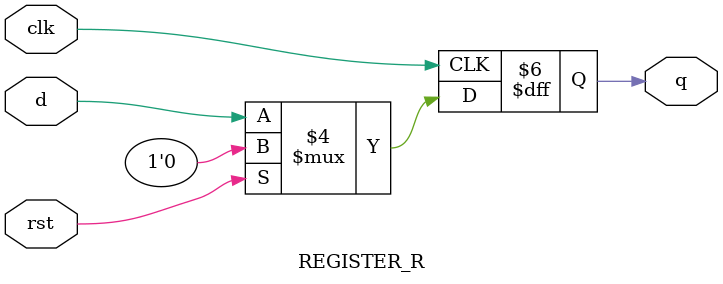
<source format=v>
module REGISTER_R(q, d, rst, clk);
    parameter N = 1;
    parameter INIT = {N{1'b0}};
    output reg [N-1:0] q;
    input [N-1:0]      d;
    input 	      rst, clk;
    initial
        q = INIT;
    always @(posedge clk)
        if (rst)
            q <= INIT;
        else
            q <= d;
endmodule // REGISTER_R

</source>
